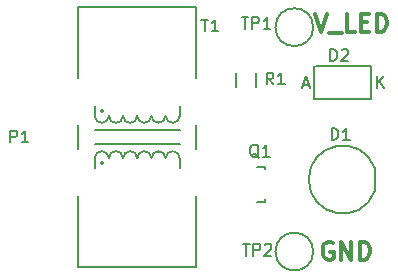
<source format=gto>
G04 #@! TF.FileFunction,Legend,Top*
%FSLAX46Y46*%
G04 Gerber Fmt 4.6, Leading zero omitted, Abs format (unit mm)*
G04 Created by KiCad (PCBNEW 4.0.1-stable) date 3/11/2016 2:16:34 AM*
%MOMM*%
G01*
G04 APERTURE LIST*
%ADD10C,0.100000*%
%ADD11C,0.300000*%
%ADD12C,0.150000*%
G04 APERTURE END LIST*
D10*
D11*
X163292857Y-94578571D02*
X163792857Y-96078571D01*
X164292857Y-94578571D01*
X164435714Y-96221429D02*
X165578571Y-96221429D01*
X166650000Y-96078571D02*
X165935714Y-96078571D01*
X165935714Y-94578571D01*
X167150000Y-95292857D02*
X167650000Y-95292857D01*
X167864286Y-96078571D02*
X167150000Y-96078571D01*
X167150000Y-94578571D01*
X167864286Y-94578571D01*
X168507143Y-96078571D02*
X168507143Y-94578571D01*
X168864286Y-94578571D01*
X169078571Y-94650000D01*
X169221429Y-94792857D01*
X169292857Y-94935714D01*
X169364286Y-95221429D01*
X169364286Y-95435714D01*
X169292857Y-95721429D01*
X169221429Y-95864286D01*
X169078571Y-96007143D01*
X168864286Y-96078571D01*
X168507143Y-96078571D01*
X164757143Y-113950000D02*
X164614286Y-113878571D01*
X164400000Y-113878571D01*
X164185715Y-113950000D01*
X164042857Y-114092857D01*
X163971429Y-114235714D01*
X163900000Y-114521429D01*
X163900000Y-114735714D01*
X163971429Y-115021429D01*
X164042857Y-115164286D01*
X164185715Y-115307143D01*
X164400000Y-115378571D01*
X164542857Y-115378571D01*
X164757143Y-115307143D01*
X164828572Y-115235714D01*
X164828572Y-114735714D01*
X164542857Y-114735714D01*
X165471429Y-115378571D02*
X165471429Y-113878571D01*
X166328572Y-115378571D01*
X166328572Y-113878571D01*
X167042858Y-115378571D02*
X167042858Y-113878571D01*
X167400001Y-113878571D01*
X167614286Y-113950000D01*
X167757144Y-114092857D01*
X167828572Y-114235714D01*
X167900001Y-114521429D01*
X167900001Y-114735714D01*
X167828572Y-115021429D01*
X167757144Y-115164286D01*
X167614286Y-115307143D01*
X167400001Y-115378571D01*
X167042858Y-115378571D01*
D12*
X168300000Y-109600000D02*
X168300000Y-107600000D01*
X168293775Y-107583350D02*
G75*
G03X168300000Y-109600000I-2693775J-1016650D01*
G01*
X163300000Y-99000000D02*
X168000000Y-99000000D01*
X168000000Y-99000000D02*
X168000000Y-101800000D01*
X168000000Y-101800000D02*
X163200000Y-101800000D01*
X163200000Y-101800000D02*
X163200000Y-99000000D01*
X159050240Y-110299160D02*
X159050240Y-110250900D01*
X158349200Y-107500180D02*
X159050240Y-107500180D01*
X159050240Y-107500180D02*
X159050240Y-107749100D01*
X159050240Y-110299160D02*
X159050240Y-110499820D01*
X159050240Y-110499820D02*
X158349200Y-110499820D01*
X158275000Y-99600000D02*
X158275000Y-100800000D01*
X156525000Y-100800000D02*
X156525000Y-99600000D01*
X145341421Y-107200000D02*
G75*
G03X145341421Y-107200000I-141421J0D01*
G01*
X145341421Y-102800000D02*
G75*
G03X145341421Y-102800000I-141421J0D01*
G01*
X151800000Y-106800000D02*
X151800000Y-106900000D01*
X151800000Y-106900000D02*
X151800000Y-107600000D01*
X151800000Y-106800000D02*
G75*
G03X150600000Y-106800000I-600000J0D01*
G01*
X150600000Y-106800000D02*
G75*
G03X149400000Y-106800000I-600000J0D01*
G01*
X149400000Y-106800000D02*
G75*
G03X148200000Y-106800000I-600000J0D01*
G01*
X148200000Y-106800000D02*
G75*
G03X147000000Y-106800000I-600000J0D01*
G01*
X147000000Y-106800000D02*
G75*
G03X145800000Y-106800000I-600000J0D01*
G01*
X144600000Y-106800000D02*
X144600000Y-107600000D01*
X145800000Y-106800000D02*
G75*
G03X144600000Y-106800000I-600000J0D01*
G01*
X151800000Y-103200000D02*
X151800000Y-102400000D01*
X144600000Y-103200000D02*
X144600000Y-102400000D01*
X151800000Y-103200000D02*
G75*
G02X150600000Y-103200000I-600000J0D01*
G01*
X150600000Y-103200000D02*
G75*
G02X149400000Y-103200000I-600000J0D01*
G01*
X149400000Y-103200000D02*
G75*
G02X148200000Y-103200000I-600000J0D01*
G01*
X148200000Y-103200000D02*
G75*
G02X147000000Y-103200000I-600000J0D01*
G01*
X147000000Y-103200000D02*
G75*
G02X145800000Y-103200000I-600000J0D01*
G01*
X145800000Y-103200000D02*
G75*
G02X144600000Y-103200000I-600000J0D01*
G01*
X151800000Y-105600000D02*
X144600000Y-105600000D01*
X144600000Y-104400000D02*
X151800000Y-104400000D01*
X153200000Y-110000000D02*
X153200000Y-116000000D01*
X153200000Y-116000000D02*
X143200000Y-116000000D01*
X143200000Y-116000000D02*
X143200000Y-110000000D01*
X143200000Y-94000000D02*
X153200000Y-94000000D01*
X153200000Y-94000000D02*
X153200000Y-100000000D01*
X143200000Y-94000000D02*
X143200000Y-100000000D01*
X153200000Y-104000000D02*
X153200000Y-106000000D01*
X143200000Y-104000000D02*
X143200000Y-106000000D01*
X163100000Y-95700000D02*
G75*
G03X163100000Y-95700000I-1600000J0D01*
G01*
X163100000Y-114700000D02*
G75*
G03X163100000Y-114700000I-1600000J0D01*
G01*
X164661905Y-105252381D02*
X164661905Y-104252381D01*
X164900000Y-104252381D01*
X165042858Y-104300000D01*
X165138096Y-104395238D01*
X165185715Y-104490476D01*
X165233334Y-104680952D01*
X165233334Y-104823810D01*
X165185715Y-105014286D01*
X165138096Y-105109524D01*
X165042858Y-105204762D01*
X164900000Y-105252381D01*
X164661905Y-105252381D01*
X166185715Y-105252381D02*
X165614286Y-105252381D01*
X165900000Y-105252381D02*
X165900000Y-104252381D01*
X165804762Y-104395238D01*
X165709524Y-104490476D01*
X165614286Y-104538095D01*
X164561905Y-98552381D02*
X164561905Y-97552381D01*
X164800000Y-97552381D01*
X164942858Y-97600000D01*
X165038096Y-97695238D01*
X165085715Y-97790476D01*
X165133334Y-97980952D01*
X165133334Y-98123810D01*
X165085715Y-98314286D01*
X165038096Y-98409524D01*
X164942858Y-98504762D01*
X164800000Y-98552381D01*
X164561905Y-98552381D01*
X165514286Y-97647619D02*
X165561905Y-97600000D01*
X165657143Y-97552381D01*
X165895239Y-97552381D01*
X165990477Y-97600000D01*
X166038096Y-97647619D01*
X166085715Y-97742857D01*
X166085715Y-97838095D01*
X166038096Y-97980952D01*
X165466667Y-98552381D01*
X166085715Y-98552381D01*
X168538095Y-100852381D02*
X168538095Y-99852381D01*
X169109524Y-100852381D02*
X168680952Y-100280952D01*
X169109524Y-99852381D02*
X168538095Y-100423810D01*
X162261905Y-100566667D02*
X162738096Y-100566667D01*
X162166667Y-100852381D02*
X162500000Y-99852381D01*
X162833334Y-100852381D01*
X137461905Y-105452381D02*
X137461905Y-104452381D01*
X137842858Y-104452381D01*
X137938096Y-104500000D01*
X137985715Y-104547619D01*
X138033334Y-104642857D01*
X138033334Y-104785714D01*
X137985715Y-104880952D01*
X137938096Y-104928571D01*
X137842858Y-104976190D01*
X137461905Y-104976190D01*
X138985715Y-105452381D02*
X138414286Y-105452381D01*
X138700000Y-105452381D02*
X138700000Y-104452381D01*
X138604762Y-104595238D01*
X138509524Y-104690476D01*
X138414286Y-104738095D01*
X158504762Y-106747619D02*
X158409524Y-106700000D01*
X158314286Y-106604762D01*
X158171429Y-106461905D01*
X158076190Y-106414286D01*
X157980952Y-106414286D01*
X158028571Y-106652381D02*
X157933333Y-106604762D01*
X157838095Y-106509524D01*
X157790476Y-106319048D01*
X157790476Y-105985714D01*
X157838095Y-105795238D01*
X157933333Y-105700000D01*
X158028571Y-105652381D01*
X158219048Y-105652381D01*
X158314286Y-105700000D01*
X158409524Y-105795238D01*
X158457143Y-105985714D01*
X158457143Y-106319048D01*
X158409524Y-106509524D01*
X158314286Y-106604762D01*
X158219048Y-106652381D01*
X158028571Y-106652381D01*
X159409524Y-106652381D02*
X158838095Y-106652381D01*
X159123809Y-106652381D02*
X159123809Y-105652381D01*
X159028571Y-105795238D01*
X158933333Y-105890476D01*
X158838095Y-105938095D01*
X159733334Y-100552381D02*
X159400000Y-100076190D01*
X159161905Y-100552381D02*
X159161905Y-99552381D01*
X159542858Y-99552381D01*
X159638096Y-99600000D01*
X159685715Y-99647619D01*
X159733334Y-99742857D01*
X159733334Y-99885714D01*
X159685715Y-99980952D01*
X159638096Y-100028571D01*
X159542858Y-100076190D01*
X159161905Y-100076190D01*
X160685715Y-100552381D02*
X160114286Y-100552381D01*
X160400000Y-100552381D02*
X160400000Y-99552381D01*
X160304762Y-99695238D01*
X160209524Y-99790476D01*
X160114286Y-99838095D01*
X153638095Y-95052381D02*
X154209524Y-95052381D01*
X153923809Y-96052381D02*
X153923809Y-95052381D01*
X155066667Y-96052381D02*
X154495238Y-96052381D01*
X154780952Y-96052381D02*
X154780952Y-95052381D01*
X154685714Y-95195238D01*
X154590476Y-95290476D01*
X154495238Y-95338095D01*
X157038095Y-94852381D02*
X157609524Y-94852381D01*
X157323809Y-95852381D02*
X157323809Y-94852381D01*
X157942857Y-95852381D02*
X157942857Y-94852381D01*
X158323810Y-94852381D01*
X158419048Y-94900000D01*
X158466667Y-94947619D01*
X158514286Y-95042857D01*
X158514286Y-95185714D01*
X158466667Y-95280952D01*
X158419048Y-95328571D01*
X158323810Y-95376190D01*
X157942857Y-95376190D01*
X159466667Y-95852381D02*
X158895238Y-95852381D01*
X159180952Y-95852381D02*
X159180952Y-94852381D01*
X159085714Y-94995238D01*
X158990476Y-95090476D01*
X158895238Y-95138095D01*
X157138095Y-114052381D02*
X157709524Y-114052381D01*
X157423809Y-115052381D02*
X157423809Y-114052381D01*
X158042857Y-115052381D02*
X158042857Y-114052381D01*
X158423810Y-114052381D01*
X158519048Y-114100000D01*
X158566667Y-114147619D01*
X158614286Y-114242857D01*
X158614286Y-114385714D01*
X158566667Y-114480952D01*
X158519048Y-114528571D01*
X158423810Y-114576190D01*
X158042857Y-114576190D01*
X158995238Y-114147619D02*
X159042857Y-114100000D01*
X159138095Y-114052381D01*
X159376191Y-114052381D01*
X159471429Y-114100000D01*
X159519048Y-114147619D01*
X159566667Y-114242857D01*
X159566667Y-114338095D01*
X159519048Y-114480952D01*
X158947619Y-115052381D01*
X159566667Y-115052381D01*
M02*

</source>
